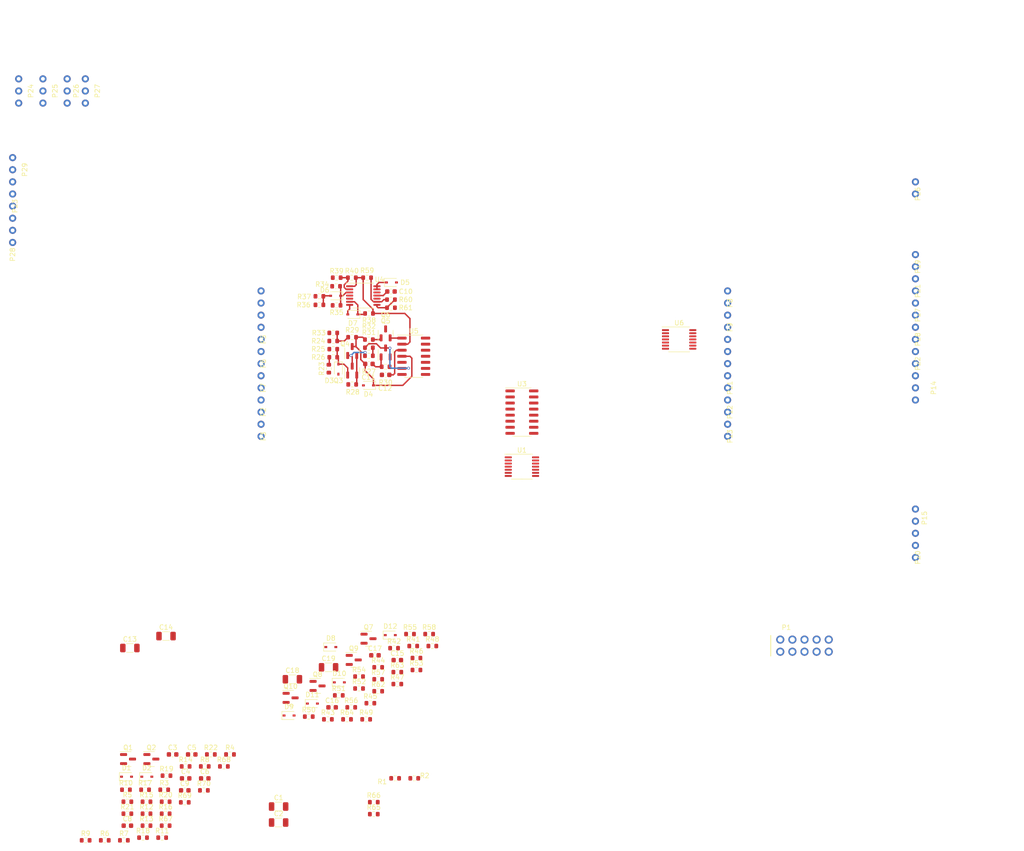
<source format=kicad_pcb>
(kicad_pcb (version 20211014) (generator pcbnew)

  (general
    (thickness 1.6)
  )

  (paper "A4")
  (layers
    (0 "F.Cu" signal)
    (31 "B.Cu" signal)
    (32 "B.Adhes" user "B.Adhesive")
    (33 "F.Adhes" user "F.Adhesive")
    (34 "B.Paste" user)
    (35 "F.Paste" user)
    (36 "B.SilkS" user "B.Silkscreen")
    (37 "F.SilkS" user "F.Silkscreen")
    (38 "B.Mask" user)
    (39 "F.Mask" user)
    (40 "Dwgs.User" user "User.Drawings")
    (41 "Cmts.User" user "User.Comments")
    (42 "Eco1.User" user "User.Eco1")
    (43 "Eco2.User" user "User.Eco2")
    (44 "Edge.Cuts" user)
    (45 "Margin" user)
    (46 "B.CrtYd" user "B.Courtyard")
    (47 "F.CrtYd" user "F.Courtyard")
    (48 "B.Fab" user)
    (49 "F.Fab" user)
    (50 "User.1" user)
    (51 "User.2" user)
    (52 "User.3" user)
    (53 "User.4" user)
    (54 "User.5" user)
    (55 "User.6" user)
    (56 "User.7" user)
    (57 "User.8" user)
    (58 "User.9" user)
  )

  (setup
    (stackup
      (layer "F.SilkS" (type "Top Silk Screen"))
      (layer "F.Paste" (type "Top Solder Paste"))
      (layer "F.Mask" (type "Top Solder Mask") (thickness 0.01))
      (layer "F.Cu" (type "copper") (thickness 0.035))
      (layer "dielectric 1" (type "core") (thickness 1.51) (material "FR4") (epsilon_r 4.5) (loss_tangent 0.02))
      (layer "B.Cu" (type "copper") (thickness 0.035))
      (layer "B.Mask" (type "Bottom Solder Mask") (thickness 0.01))
      (layer "B.Paste" (type "Bottom Solder Paste"))
      (layer "B.SilkS" (type "Bottom Silk Screen"))
      (copper_finish "None")
      (dielectric_constraints no)
    )
    (pad_to_mask_clearance 0)
    (pcbplotparams
      (layerselection 0x00010fc_ffffffff)
      (disableapertmacros false)
      (usegerberextensions false)
      (usegerberattributes true)
      (usegerberadvancedattributes true)
      (creategerberjobfile true)
      (svguseinch false)
      (svgprecision 6)
      (excludeedgelayer true)
      (plotframeref false)
      (viasonmask false)
      (mode 1)
      (useauxorigin false)
      (hpglpennumber 1)
      (hpglpenspeed 20)
      (hpglpendiameter 15.000000)
      (dxfpolygonmode true)
      (dxfimperialunits true)
      (dxfusepcbnewfont true)
      (psnegative false)
      (psa4output false)
      (plotreference true)
      (plotvalue true)
      (plotinvisibletext false)
      (sketchpadsonfab false)
      (subtractmaskfromsilk false)
      (outputformat 1)
      (mirror false)
      (drillshape 1)
      (scaleselection 1)
      (outputdirectory "")
    )
  )

  (net 0 "")
  (net 1 "+12V")
  (net 2 "GND")
  (net 3 "-12V")
  (net 4 "Net-(C3-Pad1)")
  (net 5 "/VCA/V_SIG_IN_1")
  (net 6 "Net-(C4-Pad1)")
  (net 7 "/VCA/V_SIG_IN_2")
  (net 8 "Net-(C5-Pad1)")
  (net 9 "Net-(C5-Pad2)")
  (net 10 "Net-(C6-Pad1)")
  (net 11 "Net-(C6-Pad2)")
  (net 12 "Net-(C11-Pad1)")
  (net 13 "Net-(C11-Pad2)")
  (net 14 "Net-(C12-Pad2)")
  (net 15 "Net-(C13-Pad2)")
  (net 16 "Net-(C14-Pad2)")
  (net 17 "Net-(C16-Pad1)")
  (net 18 "Net-(C16-Pad2)")
  (net 19 "Net-(C17-Pad2)")
  (net 20 "Net-(C18-Pad2)")
  (net 21 "Net-(C19-Pad2)")
  (net 22 "Net-(D3-Pad1)")
  (net 23 "/ADSR CV gen 1/REL_1")
  (net 24 "Net-(D5-Pad1)")
  (net 25 "/ADSR CV gen 1/DEC_1")
  (net 26 "Net-(D6-Pad1)")
  (net 27 "Net-(D6-Pad2)")
  (net 28 "/ADSR CV gen 1/LED_A")
  (net 29 "/ADSR CV gen 1/LED_K")
  (net 30 "Net-(D8-Pad1)")
  (net 31 "/ADSR CV gen 2/REL_1")
  (net 32 "Net-(D10-Pad1)")
  (net 33 "/ADSR CV gen 2/DEC_1")
  (net 34 "Net-(D11-Pad1)")
  (net 35 "Net-(D11-Pad2)")
  (net 36 "/ADSR CV gen 2/LED_A")
  (net 37 "/ADSR CV gen 2/LED_K")
  (net 38 "Net-(P1-Pad1)")
  (net 39 "Net-(P1-Pad10)")
  (net 40 "/ADSR CV gen 1/SW_IN")
  (net 41 "/ADSR CV gen 1/SW_IN_RET")
  (net 42 "/ADSR CV gen 1/GATE_IN")
  (net 43 "/ADSR CV gen 1/SUS_1")
  (net 44 "/ADSR CV gen 1/SUS_2")
  (net 45 "/ADSR CV gen 1/SUS_3")
  (net 46 "/ADSR CV gen 1/DEC_2")
  (net 47 "/ADSR CV gen 1/ATK_1")
  (net 48 "/ADSR CV gen 1/ATK_2")
  (net 49 "/ADSR CV gen 1/REL_2")
  (net 50 "/ADSR CV gen 2/SW_IN")
  (net 51 "/ADSR CV gen 2/SW_IN_RET")
  (net 52 "/ADSR CV gen 2/GATE_IN")
  (net 53 "/ADSR CV gen 2/SUS_1")
  (net 54 "/ADSR CV gen 2/SUS_2")
  (net 55 "/ADSR CV gen 2/SUS_3")
  (net 56 "/ADSR CV gen 2/DEC_2")
  (net 57 "/ADSR CV gen 2/ATK_1")
  (net 58 "/ADSR CV gen 2/ATK_2")
  (net 59 "/ADSR CV gen 2/REL_2")
  (net 60 "/VCA/CV_1")
  (net 61 "/ADSR CV gen 1/CV_OUT")
  (net 62 "/VCA/CV_2")
  (net 63 "/ADSR CV gen 2/CV_OUT")
  (net 64 "Net-(P18-Pad1)")
  (net 65 "Net-(P19-Pad1)")
  (net 66 "/VCA/V_SIG_OUT_1")
  (net 67 "/VCA/V_SIG_OUT_2")
  (net 68 "unconnected-(P24-Pad1)")
  (net 69 "Net-(P24-Pad2)")
  (net 70 "unconnected-(P26-Pad1)")
  (net 71 "Net-(P26-Pad2)")
  (net 72 "/VCA/VCA_G_1_1")
  (net 73 "/VCA/VCA_G_1_2")
  (net 74 "/VCA/VCA_G_2_1")
  (net 75 "/VCA/VCA_G_2_2")
  (net 76 "Net-(Q1-Pad2)")
  (net 77 "Net-(Q1-Pad3)")
  (net 78 "Net-(Q2-Pad2)")
  (net 79 "Net-(Q2-Pad3)")
  (net 80 "Net-(Q3-Pad2)")
  (net 81 "Net-(Q3-Pad3)")
  (net 82 "Net-(Q5-Pad3)")
  (net 83 "Net-(Q6-Pad1)")
  (net 84 "Net-(Q6-Pad2)")
  (net 85 "Net-(Q7-Pad2)")
  (net 86 "Net-(Q7-Pad3)")
  (net 87 "Net-(Q9-Pad3)")
  (net 88 "Net-(Q10-Pad1)")
  (net 89 "Net-(Q10-Pad2)")
  (net 90 "Net-(R5-Pad1)")
  (net 91 "Net-(R11-Pad1)")
  (net 92 "Net-(R10-Pad1)")
  (net 93 "Net-(R12-Pad1)")
  (net 94 "Net-(R13-Pad1)")
  (net 95 "Net-(R14-Pad1)")
  (net 96 "Net-(R17-Pad2)")
  (net 97 "Net-(R18-Pad2)")
  (net 98 "Net-(R19-Pad1)")
  (net 99 "Net-(R19-Pad2)")
  (net 100 "Net-(R20-Pad1)")
  (net 101 "Net-(R20-Pad2)")
  (net 102 "Net-(R39-Pad1)")
  (net 103 "Net-(R57-Pad1)")
  (net 104 "Net-(R59-Pad1)")
  (net 105 "Net-(R60-Pad2)")
  (net 106 "/ADSR CV gen 1/INV_CV_OUT")
  (net 107 "Net-(R62-Pad1)")
  (net 108 "Net-(R63-Pad2)")
  (net 109 "/ADSR CV gen 2/INV_CV_OUT")
  (net 110 "unconnected-(U3-Pad7)")
  (net 111 "unconnected-(U3-Pad8)")
  (net 112 "unconnected-(U3-Pad9)")
  (net 113 "unconnected-(U3-Pad10)")

  (footprint "Capacitor_SMD:C_1206_3216Metric" (layer "F.Cu") (at 43.62 149.77))

  (footprint "Package_TO_SOT_SMD:SOT-23" (layer "F.Cu") (at 48.13 173.05))

  (footprint "Resistor_SMD:R_0603_1608Metric" (layer "F.Cu") (at 83.35 77.85))

  (footprint "pin-headers:2POS-1ROW-HEADER" (layer "F.Cu") (at 208.28 130.81 90))

  (footprint "Capacitor_SMD:C_0603_1608Metric" (layer "F.Cu") (at 98.35 75.05))

  (footprint "pin-headers:2POS-1ROW-HEADER" (layer "F.Cu") (at 168.91 77.47 90))

  (footprint "pin-headers:3POS-1ROW-HEADER" (layer "F.Cu") (at 19.05 64.77 90))

  (footprint "Diode_SMD:D_SOD-323" (layer "F.Cu") (at 90.35 79.85 180))

  (footprint "Resistor_SMD:R_0603_1608Metric" (layer "F.Cu") (at 51.12 181.99))

  (footprint "pin-headers:2POS-1ROW-HEADER" (layer "F.Cu") (at 208.28 80.01 90))

  (footprint "Diode_SMD:D_SOD-323" (layer "F.Cu") (at 85.74 149.57))

  (footprint "Package_SO:TSSOP-14_4.4x5mm_P0.65mm" (layer "F.Cu") (at 158.75 85.09))

  (footprint "Resistor_SMD:R_0603_1608Metric" (layer "F.Cu") (at 43.1 184.5))

  (footprint "Resistor_SMD:R_0603_1608Metric" (layer "F.Cu") (at 94.75 184.59))

  (footprint "pin-headers:2POS-1ROW-HEADER" (layer "F.Cu") (at 71.12 100.33 90))

  (footprint "Resistor_SMD:R_0603_1608Metric" (layer "F.Cu") (at 106.35 146.85))

  (footprint "Resistor_SMD:R_0603_1608Metric" (layer "F.Cu") (at 97.225 90.825 180))

  (footprint "Resistor_SMD:R_0603_1608Metric" (layer "F.Cu") (at 81.12 164.15))

  (footprint "Diode_SMD:D_SOD-323" (layer "F.Cu") (at 98.45 73.15))

  (footprint "Capacitor_SMD:C_0603_1608Metric" (layer "F.Cu") (at 43.1 187.01))

  (footprint "Resistor_SMD:R_0603_1608Metric" (layer "F.Cu") (at 102.34 146.85))

  (footprint "Package_TO_SOT_SMD:SOT-23" (layer "F.Cu") (at 90.54 152.27))

  (footprint "Diode_SMD:D_SOD-323" (layer "F.Cu") (at 76.99 163.92))

  (footprint "pin-headers:2POS-1ROW-HEADER" (layer "F.Cu") (at 208.28 74.93 90))

  (footprint "Package_TO_SOT_SMD:SOT-23" (layer "F.Cu") (at 97.225 83.825 90))

  (footprint "Resistor_SMD:R_0603_1608Metric" (layer "F.Cu") (at 99.22 177.08))

  (footprint "Package_SO:SOIC-16_3.9x9.9mm_P1.27mm" (layer "F.Cu") (at 125.795 100.33))

  (footprint "pin-headers:2POS-1ROW-HEADER" (layer "F.Cu") (at 168.91 82.55 90))

  (footprint "Package_TO_SOT_SMD:SOT-23" (layer "F.Cu") (at 43.24 173.05))

  (footprint "Package_SO:TSSOP-14_4.4x5mm_P0.65mm" (layer "F.Cu") (at 92.55 75.9))

  (footprint "Capacitor_SMD:C_0603_1608Metric" (layer "F.Cu") (at 56.59 172.08))

  (footprint "Resistor_SMD:R_0603_1608Metric" (layer "F.Cu") (at 50.82 179.48))

  (footprint "Diode_SMD:D_SOD-323" (layer "F.Cu") (at 86.75 75.95 180))

  (footprint "Resistor_SMD:R_0603_1608Metric" (layer "F.Cu") (at 47.11 184.5))

  (footprint "Capacitor_SMD:C_1206_3216Metric" (layer "F.Cu") (at 77.69 156.32))

  (footprint "Resistor_SMD:R_0603_1608Metric" (layer "F.Cu") (at 99.68 157.33))

  (footprint "Package_TO_SOT_SMD:SOT-23" (layer "F.Cu") (at 97.225 87.825 90))

  (footprint "Resistor_SMD:R_0603_1608Metric" (layer "F.Cu") (at 42.37 190.08))

  (footprint "Resistor_SMD:R_0603_1608Metric" (layer "F.Cu") (at 93.15 164.72))

  (footprint "pin-headers:3POS-1ROW-HEADER" (layer "F.Cu") (at 208.28 125.73 90))

  (footprint "Diode_SMD:D_SOD-323" (layer "F.Cu") (at 42.92 176.75))

  (footprint "Resistor_SMD:R_0603_1608Metric" (layer "F.Cu") (at 42.8 179.48))

  (footprint "Resistor_SMD:R_0603_1608Metric" (layer "F.Cu") (at 86.975 72.15 180))

  (footprint "Capacitor_SMD:C_1206_3216Metric" (layer "F.Cu") (at 74.8 183))

  (footprint "Resistor_SMD:R_0603_1608Metric" (layer "F.Cu") (at 89.14 164.72))

  (footprint "Resistor_SMD:R_0603_1608Metric" (layer "F.Cu") (at 87.41 159.7))

  (footprint "Package_TO_SOT_SMD:SOT-23" (layer "F.Cu") (at 93.64 147.82))

  (footprint "Resistor_SMD:R_0603_1608Metric" (layer "F.Cu") (at 34.35 190.08))

  (footprint "Resistor_SMD:R_0603_1608Metric" (layer "F.Cu") (at 51.3 176.53))

  (footprint "Resistor_SMD:R_0603_1608Metric" (layer "F.Cu") (at 86.95 77.95))

  (footprint "pin-headers:3POS-1ROW-HEADER" (layer "F.Cu") (at 19.05 52.07 90))

  (footprint "Resistor_SMD:R_0603_1608Metric" (layer "F.Cu") (at 64.61 172.08))

  (footprint "Resistor_SMD:R_0603_1608Metric" (layer "F.Cu") (at 93.725 86.825))

  (footprint "pin-headers:3POS-1ROW-HEADER" (layer "F.Cu") (at 34.29 35.56 90))

  (footprint "Resistor_SMD:R_0603_1608Metric" (layer "F.Cu") (at 51.12 184.5))

  (footprint "Diode_SMD:D_SOD-323" (layer "F.Cu") (at 98.21 147.07))

  (footprint "Resistor_SMD:R_0603_1608Metric" (layer "F.Cu") (at 86.25 85.425 180))

  (footprint "pin-headers:2POS-1ROW-HEADER" (layer "F.Cu") (at 71.12 90.17 90))

  (footprint "Capacitor_SMD:C_0603_1608Metric" (layer "F.Cu") (at 52.58 172.08))

  (footprint "Resistor_SMD:R_0603_1608Metric" (layer "F.Cu") (at 107.02 149.36))

  (footprint "Package_SO:TSSOP-14_4.4x5mm_P0.65mm" (layer "F.Cu") (at 125.795 111.76))

  (footprint "Resistor_SMD:R_0603_1608Metric" (layer "F.Cu") (at 91.66 155.75))

  (footprint "pin-headers:3POS-1ROW-HEADER" (layer "F.Cu") (at 168.91 90.17 90))

  (footprint "Resistor_SMD:R_0603_1608Metric" (layer "F.Cu") (at 86.25 88.825 180))

  (footprint "pin-headers:3POS-1ROW-HEADER" (layer "F.Cu")
    (tedit 60016C06) (tstamp 72ac2a97-b38a-4c04-b9a2-f62dc484df64)
    (at 25.4 35.56 90)
    (property "Sheetfile" "adsr_cv_gen_1.kicad_sch")
    (property "Sheetname" "ADSR CV gen 1")
    (path "/00000000-0000-0000-0000-00005ffb63e2/00000000-0000-0000-0000-000060221fd7")
    (attr through_hole)
    (fp_text reference "P25" (at 2.54 2.54 90) (layer "F.SilkS")
      (effects (font (size 1 1) (thickness 0.15)))
      (tstamp f66445a3-dc52-405e-883b-923ec876e758)
    )
    (fp_text value "3POS-1ROW-HEADER" (at 2.6 -1.8 90) (layer "F.Fab")
      (effects (font (size 1 1) (thickness 0.15)))
      (tstamp 9e4854ee-c510-4bbd-afd8-631f9a48580e)
    )
    (pad "1" thru_hole circle locked (at 0 0 90) (size 1.5 1.5) (drill 0.8) (layers *.Cu *.Mask)
      (net 15 "Net-(C13-Pad2)") (pinfunction "1") (pintype "passive") (tstamp 85ed031c-7bd9-4611-b5e9-645d23f47c6b))
    (pad "2" thru_hole circle locked (at 2.54 0 90) (size 1.5 1.5) (drill 0.8) (layers *.Cu *.Mask)
      (net 26 "Net-(D6-Pad1)") (pinfunction "2") (pintype "passive") (tstamp 8b5c5c35-9fa6-42ab-a00b-53767849c852))
    (pad "3" th
... [238836 chars truncated]
</source>
